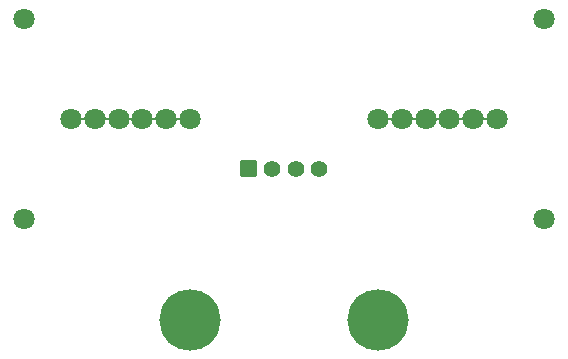
<source format=gbr>
G04 #@! TF.GenerationSoftware,KiCad,Pcbnew,(5.1.10)-1*
G04 #@! TF.CreationDate,2022-05-11T11:06:37+08:00*
G04 #@! TF.ProjectId,RUS-04_1x9,5255532d-3034-45f3-9178-392e6b696361,rev?*
G04 #@! TF.SameCoordinates,Original*
G04 #@! TF.FileFunction,Soldermask,Bot*
G04 #@! TF.FilePolarity,Negative*
%FSLAX45Y45*%
G04 Gerber Fmt 4.5, Leading zero omitted, Abs format (unit mm)*
G04 Created by KiCad (PCBNEW (5.1.10)-1) date 2022-05-11 11:06:37*
%MOMM*%
%LPD*%
G01*
G04 APERTURE LIST*
%ADD10C,1.800000*%
%ADD11C,1.400000*%
%ADD12C,5.200000*%
%ADD13C,0.100000*%
G04 APERTURE END LIST*
D10*
X6900000Y-3960000D03*
X6700000Y-3960000D03*
X6100000Y-3960000D03*
X6500000Y-3960000D03*
X6300000Y-3960000D03*
X7100000Y-3960000D03*
X9500000Y-3960000D03*
X9300000Y-3960000D03*
X8700000Y-3960000D03*
X9100000Y-3960000D03*
X8900000Y-3960000D03*
X9700000Y-3960000D03*
D11*
X8200000Y-4380000D03*
X8000000Y-4380000D03*
G36*
G01*
X7530000Y-4440000D02*
X7530000Y-4320000D01*
G75*
G02*
X7540000Y-4310000I10000J0D01*
G01*
X7660000Y-4310000D01*
G75*
G02*
X7670000Y-4320000I0J-10000D01*
G01*
X7670000Y-4440000D01*
G75*
G02*
X7660000Y-4450000I-10000J0D01*
G01*
X7540000Y-4450000D01*
G75*
G02*
X7530000Y-4440000I0J10000D01*
G01*
G37*
X7800000Y-4380000D03*
D10*
X5700000Y-3110000D03*
D12*
X8700000Y-5660000D03*
X7100000Y-5660000D03*
D10*
X5700000Y-4810000D03*
X10100000Y-3110000D03*
X10100000Y-4810000D03*
D13*
G36*
X7012227Y-3942756D02*
G01*
X7012278Y-3942932D01*
X7010633Y-3951198D01*
X7010633Y-3968802D01*
X7012278Y-3977068D01*
X7012213Y-3977258D01*
X7012017Y-3977297D01*
X7011890Y-3977165D01*
X7011363Y-3975427D01*
X7010226Y-3973300D01*
X7008697Y-3971437D01*
X7006833Y-3969907D01*
X7004707Y-3968770D01*
X7002399Y-3968070D01*
X7000000Y-3967834D01*
X6997601Y-3968070D01*
X6995293Y-3968770D01*
X6993167Y-3969907D01*
X6991303Y-3971436D01*
X6989774Y-3973300D01*
X6988637Y-3975427D01*
X6988110Y-3977165D01*
X6987964Y-3977302D01*
X6987772Y-3977244D01*
X6987722Y-3977068D01*
X6989367Y-3968802D01*
X6989367Y-3951198D01*
X6987722Y-3942932D01*
X6987787Y-3942742D01*
X6987983Y-3942703D01*
X6988110Y-3942835D01*
X6988637Y-3944573D01*
X6989774Y-3946700D01*
X6991303Y-3948563D01*
X6993167Y-3950093D01*
X6995293Y-3951229D01*
X6997601Y-3951929D01*
X7000000Y-3952166D01*
X7002399Y-3951929D01*
X7004707Y-3951229D01*
X7006833Y-3950093D01*
X7008697Y-3948563D01*
X7010226Y-3946700D01*
X7011363Y-3944573D01*
X7011890Y-3942835D01*
X7012036Y-3942698D01*
X7012227Y-3942756D01*
G37*
G36*
X6812227Y-3942756D02*
G01*
X6812278Y-3942932D01*
X6810633Y-3951198D01*
X6810633Y-3968802D01*
X6812278Y-3977068D01*
X6812213Y-3977258D01*
X6812017Y-3977297D01*
X6811890Y-3977165D01*
X6811363Y-3975427D01*
X6810226Y-3973300D01*
X6808697Y-3971437D01*
X6806833Y-3969907D01*
X6804707Y-3968770D01*
X6802399Y-3968070D01*
X6800000Y-3967834D01*
X6797601Y-3968070D01*
X6795293Y-3968770D01*
X6793167Y-3969907D01*
X6791303Y-3971436D01*
X6789774Y-3973300D01*
X6788637Y-3975427D01*
X6788110Y-3977165D01*
X6787964Y-3977302D01*
X6787772Y-3977244D01*
X6787722Y-3977068D01*
X6789367Y-3968802D01*
X6789367Y-3951198D01*
X6787722Y-3942932D01*
X6787787Y-3942742D01*
X6787983Y-3942703D01*
X6788110Y-3942835D01*
X6788637Y-3944573D01*
X6789774Y-3946700D01*
X6791303Y-3948563D01*
X6793167Y-3950093D01*
X6795293Y-3951229D01*
X6797601Y-3951929D01*
X6800000Y-3952166D01*
X6802399Y-3951929D01*
X6804707Y-3951229D01*
X6806833Y-3950093D01*
X6808697Y-3948563D01*
X6810226Y-3946700D01*
X6811363Y-3944573D01*
X6811890Y-3942835D01*
X6812036Y-3942698D01*
X6812227Y-3942756D01*
G37*
G36*
X6612227Y-3942756D02*
G01*
X6612278Y-3942932D01*
X6610633Y-3951198D01*
X6610633Y-3968802D01*
X6612278Y-3977068D01*
X6612213Y-3977258D01*
X6612017Y-3977297D01*
X6611890Y-3977165D01*
X6611363Y-3975427D01*
X6610226Y-3973300D01*
X6608697Y-3971437D01*
X6606833Y-3969907D01*
X6604707Y-3968770D01*
X6602399Y-3968070D01*
X6600000Y-3967834D01*
X6597601Y-3968070D01*
X6595293Y-3968770D01*
X6593167Y-3969907D01*
X6591303Y-3971436D01*
X6589774Y-3973300D01*
X6588637Y-3975427D01*
X6588110Y-3977165D01*
X6587964Y-3977302D01*
X6587772Y-3977244D01*
X6587722Y-3977068D01*
X6589367Y-3968802D01*
X6589367Y-3951198D01*
X6587722Y-3942932D01*
X6587787Y-3942742D01*
X6587983Y-3942703D01*
X6588110Y-3942835D01*
X6588637Y-3944573D01*
X6589774Y-3946700D01*
X6591303Y-3948563D01*
X6593167Y-3950093D01*
X6595293Y-3951229D01*
X6597601Y-3951929D01*
X6600000Y-3952166D01*
X6602399Y-3951929D01*
X6604707Y-3951229D01*
X6606833Y-3950093D01*
X6608697Y-3948563D01*
X6610226Y-3946700D01*
X6611363Y-3944573D01*
X6611890Y-3942835D01*
X6612036Y-3942698D01*
X6612227Y-3942756D01*
G37*
G36*
X9612228Y-3942756D02*
G01*
X9612278Y-3942932D01*
X9610633Y-3951198D01*
X9610633Y-3968802D01*
X9612278Y-3977068D01*
X9612213Y-3977258D01*
X9612017Y-3977297D01*
X9611890Y-3977165D01*
X9611363Y-3975427D01*
X9610226Y-3973300D01*
X9608697Y-3971437D01*
X9606833Y-3969907D01*
X9604707Y-3968770D01*
X9602399Y-3968070D01*
X9600000Y-3967834D01*
X9597601Y-3968070D01*
X9595293Y-3968770D01*
X9593167Y-3969907D01*
X9591303Y-3971436D01*
X9589774Y-3973300D01*
X9588637Y-3975427D01*
X9588110Y-3977165D01*
X9587964Y-3977302D01*
X9587773Y-3977244D01*
X9587722Y-3977068D01*
X9589367Y-3968802D01*
X9589367Y-3951198D01*
X9587722Y-3942932D01*
X9587787Y-3942742D01*
X9587983Y-3942703D01*
X9588110Y-3942835D01*
X9588637Y-3944573D01*
X9589774Y-3946700D01*
X9591303Y-3948563D01*
X9593167Y-3950093D01*
X9595293Y-3951229D01*
X9597601Y-3951929D01*
X9600000Y-3952166D01*
X9602399Y-3951929D01*
X9604707Y-3951229D01*
X9606833Y-3950093D01*
X9608697Y-3948563D01*
X9610226Y-3946700D01*
X9611363Y-3944573D01*
X9611890Y-3942835D01*
X9612036Y-3942698D01*
X9612228Y-3942756D01*
G37*
G36*
X9212228Y-3942756D02*
G01*
X9212278Y-3942932D01*
X9210633Y-3951198D01*
X9210633Y-3968802D01*
X9212278Y-3977068D01*
X9212213Y-3977258D01*
X9212017Y-3977297D01*
X9211890Y-3977165D01*
X9211363Y-3975427D01*
X9210226Y-3973300D01*
X9208697Y-3971437D01*
X9206833Y-3969907D01*
X9204707Y-3968770D01*
X9202399Y-3968070D01*
X9200000Y-3967834D01*
X9197601Y-3968070D01*
X9195293Y-3968770D01*
X9193167Y-3969907D01*
X9191303Y-3971436D01*
X9189774Y-3973300D01*
X9188637Y-3975427D01*
X9188110Y-3977165D01*
X9187964Y-3977302D01*
X9187773Y-3977244D01*
X9187722Y-3977068D01*
X9189367Y-3968802D01*
X9189367Y-3951198D01*
X9187722Y-3942932D01*
X9187787Y-3942742D01*
X9187983Y-3942703D01*
X9188110Y-3942835D01*
X9188637Y-3944573D01*
X9189774Y-3946700D01*
X9191303Y-3948563D01*
X9193167Y-3950093D01*
X9195293Y-3951229D01*
X9197601Y-3951929D01*
X9200000Y-3952166D01*
X9202399Y-3951929D01*
X9204707Y-3951229D01*
X9206833Y-3950093D01*
X9208697Y-3948563D01*
X9210226Y-3946700D01*
X9211363Y-3944573D01*
X9211890Y-3942835D01*
X9212036Y-3942698D01*
X9212228Y-3942756D01*
G37*
G36*
X6212227Y-3942756D02*
G01*
X6212278Y-3942932D01*
X6210633Y-3951198D01*
X6210633Y-3968802D01*
X6212278Y-3977068D01*
X6212213Y-3977258D01*
X6212017Y-3977297D01*
X6211890Y-3977165D01*
X6211363Y-3975427D01*
X6210226Y-3973300D01*
X6208697Y-3971437D01*
X6206833Y-3969907D01*
X6204707Y-3968770D01*
X6202399Y-3968070D01*
X6200000Y-3967834D01*
X6197601Y-3968070D01*
X6195293Y-3968770D01*
X6193167Y-3969907D01*
X6191303Y-3971436D01*
X6189774Y-3973300D01*
X6188637Y-3975427D01*
X6188110Y-3977165D01*
X6187964Y-3977302D01*
X6187772Y-3977244D01*
X6187722Y-3977068D01*
X6189367Y-3968802D01*
X6189367Y-3951198D01*
X6187722Y-3942932D01*
X6187787Y-3942742D01*
X6187983Y-3942703D01*
X6188110Y-3942835D01*
X6188637Y-3944573D01*
X6189774Y-3946700D01*
X6191303Y-3948563D01*
X6193167Y-3950093D01*
X6195293Y-3951229D01*
X6197601Y-3951929D01*
X6200000Y-3952166D01*
X6202399Y-3951929D01*
X6204707Y-3951229D01*
X6206833Y-3950093D01*
X6208697Y-3948563D01*
X6210226Y-3946700D01*
X6211363Y-3944573D01*
X6211890Y-3942835D01*
X6212036Y-3942698D01*
X6212227Y-3942756D01*
G37*
G36*
X6412227Y-3942756D02*
G01*
X6412278Y-3942932D01*
X6410633Y-3951198D01*
X6410633Y-3968802D01*
X6412278Y-3977068D01*
X6412213Y-3977258D01*
X6412017Y-3977297D01*
X6411890Y-3977165D01*
X6411363Y-3975427D01*
X6410226Y-3973300D01*
X6408697Y-3971437D01*
X6406833Y-3969907D01*
X6404707Y-3968770D01*
X6402399Y-3968070D01*
X6400000Y-3967834D01*
X6397601Y-3968070D01*
X6395293Y-3968770D01*
X6393167Y-3969907D01*
X6391303Y-3971436D01*
X6389774Y-3973300D01*
X6388637Y-3975427D01*
X6388110Y-3977165D01*
X6387964Y-3977302D01*
X6387772Y-3977244D01*
X6387722Y-3977068D01*
X6389367Y-3968802D01*
X6389367Y-3951198D01*
X6387722Y-3942932D01*
X6387787Y-3942742D01*
X6387983Y-3942703D01*
X6388110Y-3942835D01*
X6388637Y-3944573D01*
X6389774Y-3946700D01*
X6391303Y-3948563D01*
X6393167Y-3950093D01*
X6395293Y-3951229D01*
X6397601Y-3951929D01*
X6400000Y-3952166D01*
X6402399Y-3951929D01*
X6404707Y-3951229D01*
X6406833Y-3950093D01*
X6408697Y-3948563D01*
X6410226Y-3946700D01*
X6411363Y-3944573D01*
X6411890Y-3942835D01*
X6412036Y-3942698D01*
X6412227Y-3942756D01*
G37*
G36*
X9012228Y-3942756D02*
G01*
X9012278Y-3942932D01*
X9010633Y-3951198D01*
X9010633Y-3968802D01*
X9012278Y-3977068D01*
X9012213Y-3977258D01*
X9012017Y-3977297D01*
X9011890Y-3977165D01*
X9011363Y-3975427D01*
X9010226Y-3973300D01*
X9008697Y-3971437D01*
X9006833Y-3969907D01*
X9004707Y-3968770D01*
X9002399Y-3968070D01*
X9000000Y-3967834D01*
X8997601Y-3968070D01*
X8995293Y-3968770D01*
X8993167Y-3969907D01*
X8991303Y-3971436D01*
X8989774Y-3973300D01*
X8988637Y-3975427D01*
X8988110Y-3977165D01*
X8987964Y-3977302D01*
X8987773Y-3977244D01*
X8987722Y-3977068D01*
X8989367Y-3968802D01*
X8989367Y-3951198D01*
X8987722Y-3942932D01*
X8987787Y-3942742D01*
X8987983Y-3942703D01*
X8988110Y-3942835D01*
X8988637Y-3944573D01*
X8989774Y-3946700D01*
X8991303Y-3948563D01*
X8993167Y-3950093D01*
X8995293Y-3951229D01*
X8997601Y-3951929D01*
X9000000Y-3952166D01*
X9002399Y-3951929D01*
X9004707Y-3951229D01*
X9006833Y-3950093D01*
X9008697Y-3948563D01*
X9010226Y-3946700D01*
X9011363Y-3944573D01*
X9011890Y-3942835D01*
X9012036Y-3942698D01*
X9012228Y-3942756D01*
G37*
G36*
X9412228Y-3942756D02*
G01*
X9412278Y-3942932D01*
X9410633Y-3951198D01*
X9410633Y-3968802D01*
X9412278Y-3977068D01*
X9412213Y-3977258D01*
X9412017Y-3977297D01*
X9411890Y-3977165D01*
X9411363Y-3975427D01*
X9410226Y-3973300D01*
X9408697Y-3971437D01*
X9406833Y-3969907D01*
X9404707Y-3968770D01*
X9402399Y-3968070D01*
X9400000Y-3967834D01*
X9397601Y-3968070D01*
X9395293Y-3968770D01*
X9393167Y-3969907D01*
X9391303Y-3971436D01*
X9389774Y-3973300D01*
X9388637Y-3975427D01*
X9388110Y-3977165D01*
X9387964Y-3977302D01*
X9387773Y-3977244D01*
X9387722Y-3977068D01*
X9389367Y-3968802D01*
X9389367Y-3951198D01*
X9387722Y-3942932D01*
X9387787Y-3942742D01*
X9387983Y-3942703D01*
X9388110Y-3942835D01*
X9388637Y-3944573D01*
X9389774Y-3946700D01*
X9391303Y-3948563D01*
X9393167Y-3950093D01*
X9395293Y-3951229D01*
X9397601Y-3951929D01*
X9400000Y-3952166D01*
X9402399Y-3951929D01*
X9404707Y-3951229D01*
X9406833Y-3950093D01*
X9408697Y-3948563D01*
X9410226Y-3946700D01*
X9411363Y-3944573D01*
X9411890Y-3942835D01*
X9412036Y-3942698D01*
X9412228Y-3942756D01*
G37*
G36*
X8812228Y-3942756D02*
G01*
X8812278Y-3942932D01*
X8810633Y-3951198D01*
X8810633Y-3968802D01*
X8812278Y-3977068D01*
X8812213Y-3977258D01*
X8812017Y-3977297D01*
X8811890Y-3977165D01*
X8811363Y-3975427D01*
X8810226Y-3973300D01*
X8808697Y-3971437D01*
X8806833Y-3969907D01*
X8804707Y-3968770D01*
X8802399Y-3968070D01*
X8800000Y-3967834D01*
X8797601Y-3968070D01*
X8795293Y-3968770D01*
X8793167Y-3969907D01*
X8791303Y-3971436D01*
X8789774Y-3973300D01*
X8788637Y-3975427D01*
X8788110Y-3977165D01*
X8787964Y-3977302D01*
X8787773Y-3977244D01*
X8787722Y-3977068D01*
X8789367Y-3968802D01*
X8789367Y-3951198D01*
X8787722Y-3942932D01*
X8787787Y-3942742D01*
X8787983Y-3942703D01*
X8788110Y-3942835D01*
X8788637Y-3944573D01*
X8789774Y-3946700D01*
X8791303Y-3948563D01*
X8793167Y-3950093D01*
X8795293Y-3951229D01*
X8797601Y-3951929D01*
X8800000Y-3952166D01*
X8802399Y-3951929D01*
X8804707Y-3951229D01*
X8806833Y-3950093D01*
X8808697Y-3948563D01*
X8810226Y-3946700D01*
X8811363Y-3944573D01*
X8811890Y-3942835D01*
X8812036Y-3942698D01*
X8812228Y-3942756D01*
G37*
M02*

</source>
